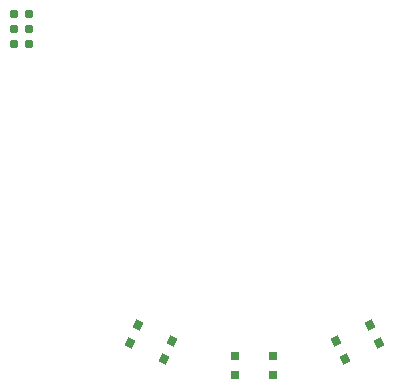
<source format=gtp>
G04*
G04 #@! TF.GenerationSoftware,Altium Limited,Altium Designer,22.7.1 (60)*
G04*
G04 Layer_Color=8421504*
%FSLAX25Y25*%
%MOIN*%
G70*
G04*
G04 #@! TF.SameCoordinates,BCCB9F90-4AA1-44C7-A5C0-69E822051F84*
G04*
G04*
G04 #@! TF.FilePolarity,Positive*
G04*
G01*
G75*
%ADD16C,0.03098*%
G04:AMPARAMS|DCode=17|XSize=27.56mil|YSize=29.53mil|CornerRadius=0mil|HoleSize=0mil|Usage=FLASHONLY|Rotation=25.601|XOffset=0mil|YOffset=0mil|HoleType=Round|Shape=Rectangle|*
%AMROTATEDRECTD17*
4,1,4,-0.00605,-0.01927,-0.01881,0.00736,0.00605,0.01927,0.01881,-0.00736,-0.00605,-0.01927,0.0*
%
%ADD17ROTATEDRECTD17*%

%ADD18R,0.02756X0.02953*%
G04:AMPARAMS|DCode=19|XSize=27.56mil|YSize=29.53mil|CornerRadius=0mil|HoleSize=0mil|Usage=FLASHONLY|Rotation=334.399|XOffset=0mil|YOffset=0mil|HoleType=Round|Shape=Rectangle|*
%AMROTATEDRECTD19*
4,1,4,-0.01881,-0.00736,-0.00605,0.01927,0.01881,0.00736,0.00605,-0.01927,-0.01881,-0.00736,0.0*
%
%ADD19ROTATEDRECTD19*%

D16*
X105374Y224095D02*
D03*
X110374D02*
D03*
X105374Y219095D02*
D03*
X110374D02*
D03*
X105374Y214095D02*
D03*
X110374D02*
D03*
D17*
X212774Y114818D02*
D03*
X224136Y120261D02*
D03*
X215581Y108959D02*
D03*
X226942Y114403D02*
D03*
D18*
X179109Y110031D02*
D03*
X191707D02*
D03*
X179109Y103535D02*
D03*
X191707D02*
D03*
D19*
X146683Y120261D02*
D03*
X158045Y114818D02*
D03*
X143876Y114403D02*
D03*
X155238Y108959D02*
D03*
M02*

</source>
